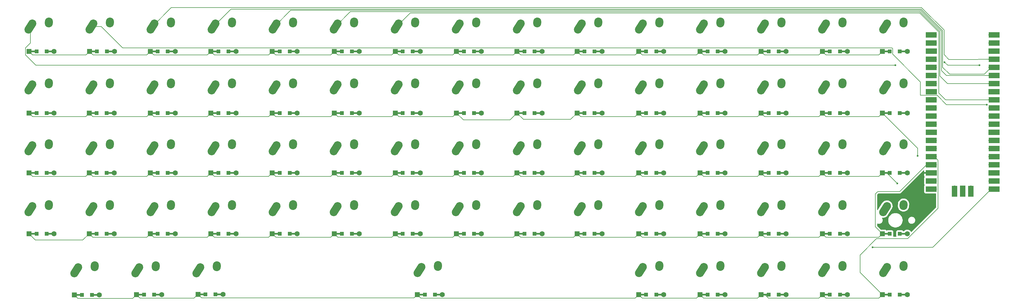
<source format=gbr>
%TF.GenerationSoftware,KiCad,Pcbnew,9.0.2*%
%TF.CreationDate,2025-06-02T23:42:43-04:00*%
%TF.ProjectId,OrangeDeck Keyboard,4f72616e-6765-4446-9563-6b204b657962,rev?*%
%TF.SameCoordinates,Original*%
%TF.FileFunction,Copper,L2,Bot*%
%TF.FilePolarity,Positive*%
%FSLAX46Y46*%
G04 Gerber Fmt 4.6, Leading zero omitted, Abs format (unit mm)*
G04 Created by KiCad (PCBNEW 9.0.2) date 2025-06-02 23:42:43*
%MOMM*%
%LPD*%
G01*
G04 APERTURE LIST*
G04 Aperture macros list*
%AMHorizOval*
0 Thick line with rounded ends*
0 $1 width*
0 $2 $3 position (X,Y) of the first rounded end (center of the circle)*
0 $4 $5 position (X,Y) of the second rounded end (center of the circle)*
0 Add line between two ends*
20,1,$1,$2,$3,$4,$5,0*
0 Add two circle primitives to create the rounded ends*
1,1,$1,$2,$3*
1,1,$1,$4,$5*%
G04 Aperture macros list end*
%TA.AperFunction,ComponentPad*%
%ADD10HorizOval,2.500000X-0.604462X-0.948815X0.604462X0.948815X0*%
%TD*%
%TA.AperFunction,ComponentPad*%
%ADD11HorizOval,2.500000X-0.019724X-0.289328X0.019724X0.289328X0*%
%TD*%
%TA.AperFunction,ComponentPad*%
%ADD12R,1.600000X1.600000*%
%TD*%
%TA.AperFunction,SMDPad,CuDef*%
%ADD13R,2.500000X0.500000*%
%TD*%
%TA.AperFunction,SMDPad,CuDef*%
%ADD14R,1.200000X1.200000*%
%TD*%
%TA.AperFunction,ComponentPad*%
%ADD15C,1.600000*%
%TD*%
%TA.AperFunction,ComponentPad*%
%ADD16O,1.700000X1.700000*%
%TD*%
%TA.AperFunction,SMDPad,CuDef*%
%ADD17R,3.500000X1.700000*%
%TD*%
%TA.AperFunction,ComponentPad*%
%ADD18R,1.700000X1.700000*%
%TD*%
%TA.AperFunction,SMDPad,CuDef*%
%ADD19R,1.700000X3.500000*%
%TD*%
%TA.AperFunction,ViaPad*%
%ADD20C,0.600000*%
%TD*%
%TA.AperFunction,Conductor*%
%ADD21C,0.200000*%
%TD*%
G04 APERTURE END LIST*
D10*
%TO.P,K67,1*%
%TO.N,/Col11*%
X116125000Y-85380000D03*
D11*
%TO.P,K67,2*%
%TO.N,Net-(D72-A)*%
X121900000Y-84110000D03*
%TD*%
D10*
%TO.P,K23,1*%
%TO.N,/Col7*%
X39925000Y-28230000D03*
D11*
%TO.P,K23,2*%
%TO.N,Net-(D23-A)*%
X45700000Y-26960000D03*
%TD*%
D10*
%TO.P,K52,1*%
%TO.N,/Col6*%
X20875000Y-66330000D03*
D11*
%TO.P,K52,2*%
%TO.N,Net-(D52-A)*%
X26650000Y-65060000D03*
%TD*%
D10*
%TO.P,K47,1*%
%TO.N,/Col1*%
X-74375000Y-66330000D03*
D11*
%TO.P,K47,2*%
%TO.N,Net-(D47-A)*%
X-68600000Y-65060000D03*
%TD*%
D10*
%TO.P,K33,1*%
%TO.N,/Col2*%
X-55325000Y-47280000D03*
D11*
%TO.P,K33,2*%
%TO.N,Net-(D33-A)*%
X-49550000Y-46010000D03*
%TD*%
D10*
%TO.P,K1,1*%
%TO.N,/Col0*%
X-93425000Y-9180000D03*
D11*
%TO.P,K1,2*%
%TO.N,Net-(D1-A)*%
X-87650000Y-7910000D03*
%TD*%
D10*
%TO.P,K27,1*%
%TO.N,/Col11*%
X116125000Y-28230000D03*
D11*
%TO.P,K27,2*%
%TO.N,Net-(D27-A)*%
X121900000Y-26960000D03*
%TD*%
D10*
%TO.P,K60,1*%
%TO.N,/Col14*%
X173275000Y-66330000D03*
D11*
%TO.P,K60,2*%
%TO.N,Net-(D60-A)*%
X179050000Y-65060000D03*
%TD*%
D10*
%TO.P,K28,1*%
%TO.N,/Col12*%
X135175000Y-28230000D03*
D11*
%TO.P,K28,2*%
%TO.N,Net-(D28-A)*%
X140950000Y-26960000D03*
%TD*%
D10*
%TO.P,K36,1*%
%TO.N,/Col5*%
X1825000Y-47280000D03*
D11*
%TO.P,K36,2*%
%TO.N,Net-(D36-A)*%
X7600000Y-46010000D03*
%TD*%
D10*
%TO.P,K30,1*%
%TO.N,/Col14*%
X173275000Y-28230000D03*
D11*
%TO.P,K30,2*%
%TO.N,Net-(D30-A)*%
X179050000Y-26960000D03*
%TD*%
D10*
%TO.P,K45,1*%
%TO.N,/Col14*%
X173275000Y-47280000D03*
D11*
%TO.P,K45,2*%
%TO.N,Net-(D45-A)*%
X179050000Y-46010000D03*
%TD*%
D10*
%TO.P,K6,1*%
%TO.N,/Col5*%
X1825000Y-9180000D03*
D11*
%TO.P,K6,2*%
%TO.N,Net-(D6-A)*%
X7600000Y-7910000D03*
%TD*%
D10*
%TO.P,K69,1*%
%TO.N,/Col13*%
X154225000Y-85380000D03*
D11*
%TO.P,K69,2*%
%TO.N,Net-(D74-A)*%
X160000000Y-84110000D03*
%TD*%
D10*
%TO.P,K50,1*%
%TO.N,/Col4*%
X-17225000Y-66330000D03*
D11*
%TO.P,K50,2*%
%TO.N,Net-(D50-A)*%
X-11450000Y-65060000D03*
%TD*%
D10*
%TO.P,K65,1*%
%TO.N,/Col7*%
X27988250Y-85402500D03*
D11*
%TO.P,K65,2*%
%TO.N,Net-(D68-A)*%
X33763250Y-84132500D03*
%TD*%
D10*
%TO.P,K48,1*%
%TO.N,/Col2*%
X-55325000Y-66330000D03*
D11*
%TO.P,K48,2*%
%TO.N,Net-(D48-A)*%
X-49550000Y-65060000D03*
%TD*%
D10*
%TO.P,K5,1*%
%TO.N,/Col4*%
X-17225000Y-9180000D03*
D11*
%TO.P,K5,2*%
%TO.N,Net-(D5-A)*%
X-11450000Y-7910000D03*
%TD*%
D10*
%TO.P,K51,1*%
%TO.N,/Col5*%
X1825000Y-66330000D03*
D11*
%TO.P,K51,2*%
%TO.N,Net-(D51-A)*%
X7600000Y-65060000D03*
%TD*%
D10*
%TO.P,K35,1*%
%TO.N,/Col4*%
X-17225000Y-47280000D03*
D11*
%TO.P,K35,2*%
%TO.N,Net-(D35-A)*%
X-11450000Y-46010000D03*
%TD*%
D10*
%TO.P,K7,1*%
%TO.N,/Col6*%
X20875000Y-9180000D03*
D11*
%TO.P,K7,2*%
%TO.N,Net-(D7-A)*%
X26650000Y-7910000D03*
%TD*%
D10*
%TO.P,K46,1*%
%TO.N,/Col0*%
X-93425000Y-66330000D03*
D11*
%TO.P,K46,2*%
%TO.N,Net-(D46-A)*%
X-87650000Y-65060000D03*
%TD*%
D10*
%TO.P,K9,1*%
%TO.N,/Col8*%
X58975000Y-9180000D03*
D11*
%TO.P,K9,2*%
%TO.N,Net-(D9-A)*%
X64750000Y-7910000D03*
%TD*%
D10*
%TO.P,K11,1*%
%TO.N,/Col10*%
X97075000Y-9180000D03*
D11*
%TO.P,K11,2*%
%TO.N,Net-(D11-A)*%
X102850000Y-7910000D03*
%TD*%
D10*
%TO.P,K24,1*%
%TO.N,/Col8*%
X58975000Y-28230000D03*
D11*
%TO.P,K24,2*%
%TO.N,Net-(D24-A)*%
X64750000Y-26960000D03*
%TD*%
D10*
%TO.P,K54,1*%
%TO.N,/Col8*%
X58975000Y-66330000D03*
D11*
%TO.P,K54,2*%
%TO.N,Net-(D54-A)*%
X64750000Y-65060000D03*
%TD*%
D10*
%TO.P,K10,1*%
%TO.N,/Col9*%
X78025000Y-9180000D03*
D11*
%TO.P,K10,2*%
%TO.N,Net-(D10-A)*%
X83800000Y-7910000D03*
%TD*%
D10*
%TO.P,K39,1*%
%TO.N,/Col8*%
X58975000Y-47280000D03*
D11*
%TO.P,K39,2*%
%TO.N,Net-(D39-A)*%
X64750000Y-46010000D03*
%TD*%
D10*
%TO.P,K66,1*%
%TO.N,/Col10*%
X97075000Y-85380000D03*
D11*
%TO.P,K66,2*%
%TO.N,Net-(D71-A)*%
X102850000Y-84110000D03*
%TD*%
D10*
%TO.P,K18,1*%
%TO.N,/Col2*%
X-55325000Y-28230000D03*
D11*
%TO.P,K18,2*%
%TO.N,Net-(D18-A)*%
X-49550000Y-26960000D03*
%TD*%
D10*
%TO.P,K31,1*%
%TO.N,/Col0*%
X-93425000Y-47280000D03*
D11*
%TO.P,K31,2*%
%TO.N,Net-(D31-A)*%
X-87650000Y-46010000D03*
%TD*%
D10*
%TO.P,K37,1*%
%TO.N,/Col6*%
X20875000Y-47280000D03*
D11*
%TO.P,K37,2*%
%TO.N,Net-(D37-A)*%
X26650000Y-46010000D03*
%TD*%
D10*
%TO.P,K17,1*%
%TO.N,/Col1*%
X-74375000Y-28230000D03*
D11*
%TO.P,K17,2*%
%TO.N,Net-(D17-A)*%
X-68600000Y-26960000D03*
%TD*%
D10*
%TO.P,K68,1*%
%TO.N,/Col12*%
X135175000Y-85380000D03*
D11*
%TO.P,K68,2*%
%TO.N,Net-(D73-A)*%
X140950000Y-84110000D03*
%TD*%
D10*
%TO.P,K13,1*%
%TO.N,/Col12*%
X135175000Y-9180000D03*
D11*
%TO.P,K13,2*%
%TO.N,Net-(D13-A)*%
X140950000Y-7910000D03*
%TD*%
D10*
%TO.P,K26,1*%
%TO.N,/Col10*%
X97075000Y-28230000D03*
D11*
%TO.P,K26,2*%
%TO.N,Net-(D26-A)*%
X102850000Y-26960000D03*
%TD*%
D10*
%TO.P,K15,1*%
%TO.N,/Col14*%
X173275000Y-9180000D03*
D11*
%TO.P,K15,2*%
%TO.N,Net-(D15-A)*%
X179050000Y-7910000D03*
%TD*%
D10*
%TO.P,K63,1*%
%TO.N,/Col2*%
X-60025000Y-85457500D03*
D11*
%TO.P,K63,2*%
%TO.N,Net-(D63-A)*%
X-54250000Y-84187500D03*
%TD*%
D10*
%TO.P,K2,1*%
%TO.N,/Col1*%
X-74375000Y-9180000D03*
D11*
%TO.P,K2,2*%
%TO.N,Net-(D2-A)*%
X-68600000Y-7910000D03*
%TD*%
D10*
%TO.P,K25,1*%
%TO.N,/Col9*%
X78025000Y-28230000D03*
D11*
%TO.P,K25,2*%
%TO.N,Net-(D25-A)*%
X83800000Y-26960000D03*
%TD*%
D10*
%TO.P,K59,1*%
%TO.N,/Col13*%
X154225000Y-66330000D03*
D11*
%TO.P,K59,2*%
%TO.N,Net-(D59-A)*%
X160000000Y-65060000D03*
%TD*%
D10*
%TO.P,K38,1*%
%TO.N,/Col7*%
X39925000Y-47280000D03*
D11*
%TO.P,K38,2*%
%TO.N,Net-(D38-A)*%
X45700000Y-46010000D03*
%TD*%
D10*
%TO.P,K49,1*%
%TO.N,/Col3*%
X-36275000Y-66330000D03*
D11*
%TO.P,K49,2*%
%TO.N,Net-(D49-A)*%
X-30500000Y-65060000D03*
%TD*%
D10*
%TO.P,K16,1*%
%TO.N,/Col0*%
X-93425000Y-28230000D03*
D11*
%TO.P,K16,2*%
%TO.N,Net-(D16-A)*%
X-87650000Y-26960000D03*
%TD*%
D10*
%TO.P,K29,1*%
%TO.N,/Col13*%
X154225000Y-28230000D03*
D11*
%TO.P,K29,2*%
%TO.N,Net-(D29-A)*%
X160000000Y-26960000D03*
%TD*%
D10*
%TO.P,K42,1*%
%TO.N,/Col11*%
X116125000Y-47280000D03*
D11*
%TO.P,K42,2*%
%TO.N,Net-(D42-A)*%
X121900000Y-46010000D03*
%TD*%
D10*
%TO.P,K21,1*%
%TO.N,/Col5*%
X1825000Y-28230000D03*
D11*
%TO.P,K21,2*%
%TO.N,Net-(D21-A)*%
X7600000Y-26960000D03*
%TD*%
D10*
%TO.P,K57,1*%
%TO.N,/Col11*%
X116125000Y-66330000D03*
D11*
%TO.P,K57,2*%
%TO.N,Net-(D57-A)*%
X121900000Y-65060000D03*
%TD*%
D10*
%TO.P,K32,1*%
%TO.N,/Col1*%
X-74375000Y-47280000D03*
D11*
%TO.P,K32,2*%
%TO.N,Net-(D32-A)*%
X-68600000Y-46010000D03*
%TD*%
D10*
%TO.P,K12,1*%
%TO.N,/Col11*%
X116125000Y-9180000D03*
D11*
%TO.P,K12,2*%
%TO.N,Net-(D12-A)*%
X121900000Y-7910000D03*
%TD*%
D10*
%TO.P,K8,1*%
%TO.N,/Col7*%
X39925000Y-9180000D03*
D11*
%TO.P,K8,2*%
%TO.N,Net-(D8-A)*%
X45700000Y-7910000D03*
%TD*%
D10*
%TO.P,K14,1*%
%TO.N,/Col13*%
X154225000Y-9180000D03*
D11*
%TO.P,K14,2*%
%TO.N,Net-(D14-A)*%
X160000000Y-7910000D03*
%TD*%
D10*
%TO.P,K20,1*%
%TO.N,/Col4*%
X-17225000Y-28230000D03*
D11*
%TO.P,K20,2*%
%TO.N,Net-(D20-A)*%
X-11450000Y-26960000D03*
%TD*%
D10*
%TO.P,K62,1*%
%TO.N,/Col1*%
X-79105000Y-85457500D03*
D11*
%TO.P,K62,2*%
%TO.N,Net-(D62-A)*%
X-73330000Y-84187500D03*
%TD*%
D10*
%TO.P,K19,1*%
%TO.N,/Col3*%
X-36275000Y-28230000D03*
D11*
%TO.P,K19,2*%
%TO.N,Net-(D19-A)*%
X-30500000Y-26960000D03*
%TD*%
D10*
%TO.P,K3,1*%
%TO.N,/Col2*%
X-55325000Y-9180000D03*
D11*
%TO.P,K3,2*%
%TO.N,Net-(D3-A)*%
X-49550000Y-7910000D03*
%TD*%
D10*
%TO.P,K55,1*%
%TO.N,/Col9*%
X78025000Y-66330000D03*
D11*
%TO.P,K55,2*%
%TO.N,Net-(D55-A)*%
X83800000Y-65060000D03*
%TD*%
D10*
%TO.P,K70,1*%
%TO.N,/Col14*%
X173275000Y-85380000D03*
D11*
%TO.P,K70,2*%
%TO.N,Net-(D75-A)*%
X179050000Y-84110000D03*
%TD*%
D10*
%TO.P,K44,1*%
%TO.N,/Col13*%
X154225000Y-47280000D03*
D11*
%TO.P,K44,2*%
%TO.N,Net-(D44-A)*%
X160000000Y-46010000D03*
%TD*%
D10*
%TO.P,K43,1*%
%TO.N,/Col12*%
X135175000Y-47280000D03*
D11*
%TO.P,K43,2*%
%TO.N,Net-(D43-A)*%
X140950000Y-46010000D03*
%TD*%
D10*
%TO.P,K40,1*%
%TO.N,/Col9*%
X78025000Y-47280000D03*
D11*
%TO.P,K40,2*%
%TO.N,Net-(D40-A)*%
X83800000Y-46010000D03*
%TD*%
D10*
%TO.P,K4,1*%
%TO.N,/Col3*%
X-36275000Y-9180000D03*
D11*
%TO.P,K4,2*%
%TO.N,Net-(D4-A)*%
X-30500000Y-7910000D03*
%TD*%
D10*
%TO.P,K64,1*%
%TO.N,/Col3*%
X-41025000Y-85457500D03*
D11*
%TO.P,K64,2*%
%TO.N,Net-(D64-A)*%
X-35250000Y-84187500D03*
%TD*%
D10*
%TO.P,K41,1*%
%TO.N,/Col10*%
X97075000Y-47280000D03*
D11*
%TO.P,K41,2*%
%TO.N,Net-(D41-A)*%
X102850000Y-46010000D03*
%TD*%
D10*
%TO.P,K53,1*%
%TO.N,/Col7*%
X39925000Y-66330000D03*
D11*
%TO.P,K53,2*%
%TO.N,Net-(D53-A)*%
X45700000Y-65060000D03*
%TD*%
D10*
%TO.P,K56,1*%
%TO.N,/Col10*%
X97075000Y-66330000D03*
D11*
%TO.P,K56,2*%
%TO.N,Net-(D56-A)*%
X102850000Y-65060000D03*
%TD*%
D10*
%TO.P,K58,1*%
%TO.N,/Col12*%
X135175000Y-66330000D03*
D11*
%TO.P,K58,2*%
%TO.N,Net-(D58-A)*%
X140950000Y-65060000D03*
%TD*%
D10*
%TO.P,K34,1*%
%TO.N,/Col3*%
X-36275000Y-47280000D03*
D11*
%TO.P,K34,2*%
%TO.N,Net-(D34-A)*%
X-30500000Y-46010000D03*
%TD*%
D10*
%TO.P,K22,1*%
%TO.N,/Col6*%
X20875000Y-28230000D03*
D11*
%TO.P,K22,2*%
%TO.N,Net-(D22-A)*%
X26650000Y-26960000D03*
%TD*%
D12*
%TO.P,D6,1,K*%
%TO.N,/Row0*%
X1425000Y-16968750D03*
D13*
X2625000Y-16968750D03*
D14*
X3750000Y-16968750D03*
%TO.P,D6,2,A*%
%TO.N,Net-(D6-A)*%
X6900000Y-16968750D03*
D13*
X8025000Y-16968750D03*
D15*
X9225000Y-16968750D03*
%TD*%
D12*
%TO.P,D54,1,K*%
%TO.N,/Row3*%
X58443750Y-74062500D03*
D13*
X59643750Y-74062500D03*
D14*
X60768750Y-74062500D03*
%TO.P,D54,2,A*%
%TO.N,Net-(D54-A)*%
X63918750Y-74062500D03*
D13*
X65043750Y-74062500D03*
D15*
X66243750Y-74062500D03*
%TD*%
D12*
%TO.P,D4,1,K*%
%TO.N,/Row0*%
X-37068750Y-16968750D03*
D13*
X-35868750Y-16968750D03*
D14*
X-34743750Y-16968750D03*
%TO.P,D4,2,A*%
%TO.N,Net-(D4-A)*%
X-31593750Y-16968750D03*
D13*
X-30468750Y-16968750D03*
D15*
X-29268750Y-16968750D03*
%TD*%
D12*
%TO.P,D1,1,K*%
%TO.N,/Row0*%
X-93825000Y-16968750D03*
D13*
X-92625000Y-16968750D03*
D14*
X-91500000Y-16968750D03*
%TO.P,D1,2,A*%
%TO.N,Net-(D1-A)*%
X-88350000Y-16968750D03*
D13*
X-87225000Y-16968750D03*
D15*
X-86025000Y-16968750D03*
%TD*%
D12*
%TO.P,D40,1,K*%
%TO.N,/Row2*%
X77175000Y-55031250D03*
D13*
X78375000Y-55031250D03*
D14*
X79500000Y-55031250D03*
%TO.P,D40,2,A*%
%TO.N,Net-(D40-A)*%
X82650000Y-55031250D03*
D13*
X83775000Y-55031250D03*
D15*
X84975000Y-55031250D03*
%TD*%
D12*
%TO.P,D13,1,K*%
%TO.N,/Row0*%
X134606250Y-16968750D03*
D13*
X135806250Y-16968750D03*
D14*
X136931250Y-16968750D03*
%TO.P,D13,2,A*%
%TO.N,Net-(D13-A)*%
X140081250Y-16968750D03*
D13*
X141206250Y-16968750D03*
D15*
X142406250Y-16968750D03*
%TD*%
D12*
%TO.P,D32,1,K*%
%TO.N,/Row2*%
X-75056250Y-55031250D03*
D13*
X-73856250Y-55031250D03*
D14*
X-72731250Y-55031250D03*
%TO.P,D32,2,A*%
%TO.N,Net-(D32-A)*%
X-69581250Y-55031250D03*
D13*
X-68456250Y-55031250D03*
D15*
X-67256250Y-55031250D03*
%TD*%
D12*
%TO.P,D59,1,K*%
%TO.N,/Row3*%
X153731250Y-74062500D03*
D13*
X154931250Y-74062500D03*
D14*
X156056250Y-74062500D03*
%TO.P,D59,2,A*%
%TO.N,Net-(D59-A)*%
X159206250Y-74062500D03*
D13*
X160331250Y-74062500D03*
D15*
X161531250Y-74062500D03*
%TD*%
D12*
%TO.P,D56,1,K*%
%TO.N,/Row3*%
X96412500Y-74062500D03*
D13*
X97612500Y-74062500D03*
D14*
X98737500Y-74062500D03*
%TO.P,D56,2,A*%
%TO.N,Net-(D56-A)*%
X101887500Y-74062500D03*
D13*
X103012500Y-74062500D03*
D15*
X104212500Y-74062500D03*
%TD*%
D12*
%TO.P,D12,1,K*%
%TO.N,/Row0*%
X115556250Y-16968750D03*
D13*
X116756250Y-16968750D03*
D14*
X117881250Y-16968750D03*
%TO.P,D12,2,A*%
%TO.N,Net-(D12-A)*%
X121031250Y-16968750D03*
D13*
X122156250Y-16968750D03*
D15*
X123356250Y-16968750D03*
%TD*%
D12*
%TO.P,D8,1,K*%
%TO.N,/Row0*%
X39527885Y-16968750D03*
D13*
X40727885Y-16968750D03*
D14*
X41852885Y-16968750D03*
%TO.P,D8,2,A*%
%TO.N,Net-(D8-A)*%
X45002885Y-16968750D03*
D13*
X46127885Y-16968750D03*
D15*
X47327885Y-16968750D03*
%TD*%
D12*
%TO.P,D5,1,K*%
%TO.N,/Row0*%
X-17943750Y-16968750D03*
D13*
X-16743750Y-16968750D03*
D14*
X-15618750Y-16968750D03*
%TO.P,D5,2,A*%
%TO.N,Net-(D5-A)*%
X-12468750Y-16968750D03*
D13*
X-11343750Y-16968750D03*
D15*
X-10143750Y-16968750D03*
%TD*%
D12*
%TO.P,D37,1,K*%
%TO.N,/Row2*%
X20446154Y-55031250D03*
D13*
X21646154Y-55031250D03*
D14*
X22771154Y-55031250D03*
%TO.P,D37,2,A*%
%TO.N,Net-(D37-A)*%
X25921154Y-55031250D03*
D13*
X27046154Y-55031250D03*
D15*
X28246154Y-55031250D03*
%TD*%
D12*
%TO.P,D26,1,K*%
%TO.N,/Row1*%
X96412500Y-36281250D03*
D13*
X97612500Y-36281250D03*
D14*
X98737500Y-36281250D03*
%TO.P,D26,2,A*%
%TO.N,Net-(D26-A)*%
X101887500Y-36281250D03*
D13*
X103012500Y-36281250D03*
D15*
X104212500Y-36281250D03*
%TD*%
D12*
%TO.P,D73,1,K*%
%TO.N,/Row4*%
X134606250Y-93093750D03*
D13*
X135806250Y-93093750D03*
D14*
X136931250Y-93093750D03*
%TO.P,D73,2,A*%
%TO.N,Net-(D73-A)*%
X140081250Y-93093750D03*
D13*
X141206250Y-93093750D03*
D15*
X142406250Y-93093750D03*
%TD*%
D12*
%TO.P,D47,1,K*%
%TO.N,/Row3*%
X-75056250Y-74062500D03*
D13*
X-73856250Y-74062500D03*
D14*
X-72731250Y-74062500D03*
%TO.P,D47,2,A*%
%TO.N,Net-(D47-A)*%
X-69581250Y-74062500D03*
D13*
X-68456250Y-74062500D03*
D15*
X-67256250Y-74062500D03*
%TD*%
D12*
%TO.P,D7,1,K*%
%TO.N,/Row0*%
X20446154Y-16968750D03*
D13*
X21646154Y-16968750D03*
D14*
X22771154Y-16968750D03*
%TO.P,D7,2,A*%
%TO.N,Net-(D7-A)*%
X25921154Y-16968750D03*
D13*
X27046154Y-16968750D03*
D15*
X28246154Y-16968750D03*
%TD*%
D12*
%TO.P,D16,1,K*%
%TO.N,/Row1*%
X-93825000Y-36281250D03*
D13*
X-92625000Y-36281250D03*
D14*
X-91500000Y-36281250D03*
%TO.P,D16,2,A*%
%TO.N,Net-(D16-A)*%
X-88350000Y-36281250D03*
D13*
X-87225000Y-36281250D03*
D15*
X-86025000Y-36281250D03*
%TD*%
D12*
%TO.P,D27,1,K*%
%TO.N,/Row1*%
X115556250Y-36281250D03*
D13*
X116756250Y-36281250D03*
D14*
X117881250Y-36281250D03*
%TO.P,D27,2,A*%
%TO.N,Net-(D27-A)*%
X121031250Y-36281250D03*
D13*
X122156250Y-36281250D03*
D15*
X123356250Y-36281250D03*
%TD*%
D12*
%TO.P,D24,1,K*%
%TO.N,/Row1*%
X58443750Y-36281250D03*
D13*
X59643750Y-36281250D03*
D14*
X60768750Y-36281250D03*
%TO.P,D24,2,A*%
%TO.N,Net-(D24-A)*%
X63918750Y-36281250D03*
D13*
X65043750Y-36281250D03*
D15*
X66243750Y-36281250D03*
%TD*%
D16*
%TO.P,U1,1,GPIO0*%
%TO.N,/Col0*%
X206405000Y-11803750D03*
D17*
X207305000Y-11803750D03*
D16*
%TO.P,U1,2,GPIO1*%
%TO.N,/Col1*%
X206405000Y-14343750D03*
D17*
X207305000Y-14343750D03*
D18*
%TO.P,U1,3,GND*%
%TO.N,unconnected-(U1-GND-Pad3)*%
X206405000Y-16883750D03*
D17*
X207305000Y-16883750D03*
D16*
%TO.P,U1,4,GPIO2*%
%TO.N,/Col2*%
X206405000Y-19423750D03*
D17*
X207305000Y-19423750D03*
D16*
%TO.P,U1,5,GPIO3*%
%TO.N,/Col3*%
X206405000Y-21963750D03*
D17*
X207305000Y-21963750D03*
D16*
%TO.P,U1,6,GPIO4*%
%TO.N,/Col4*%
X206405000Y-24503750D03*
D17*
X207305000Y-24503750D03*
D16*
%TO.P,U1,7,GPIO5*%
%TO.N,/Col5*%
X206405000Y-27043750D03*
D17*
X207305000Y-27043750D03*
D18*
%TO.P,U1,8,GND*%
%TO.N,unconnected-(U1-GND-Pad8)*%
X206405000Y-29583750D03*
D17*
X207305000Y-29583750D03*
D16*
%TO.P,U1,9,GPIO6*%
%TO.N,/Col6*%
X206405000Y-32123750D03*
D17*
X207305000Y-32123750D03*
D16*
%TO.P,U1,10,GPIO7*%
%TO.N,/Col7*%
X206405000Y-34663750D03*
D17*
X207305000Y-34663750D03*
D16*
%TO.P,U1,11,GPIO8*%
%TO.N,/Col8*%
X206405000Y-37203750D03*
D17*
X207305000Y-37203750D03*
D16*
%TO.P,U1,12,GPIO9*%
%TO.N,/Col9*%
X206405000Y-39743750D03*
D17*
X207305000Y-39743750D03*
D18*
%TO.P,U1,13,GND*%
%TO.N,unconnected-(U1-GND-Pad13)*%
X206405000Y-42283750D03*
D17*
X207305000Y-42283750D03*
D16*
%TO.P,U1,14,GPIO10*%
%TO.N,/Col10*%
X206405000Y-44823750D03*
D17*
X207305000Y-44823750D03*
D16*
%TO.P,U1,15,GPIO11*%
%TO.N,/Col11*%
X206405000Y-47363750D03*
D17*
X207305000Y-47363750D03*
D16*
%TO.P,U1,16,GPIO12*%
%TO.N,/Col12*%
X206405000Y-49903750D03*
D17*
X207305000Y-49903750D03*
D16*
%TO.P,U1,17,GPIO13*%
%TO.N,/Col13*%
X206405000Y-52443750D03*
D17*
X207305000Y-52443750D03*
D18*
%TO.P,U1,18,GND*%
%TO.N,unconnected-(U1-GND-Pad18)*%
X206405000Y-54983750D03*
D17*
X207305000Y-54983750D03*
D16*
%TO.P,U1,19,GPIO14*%
%TO.N,/Col14*%
X206405000Y-57523750D03*
D17*
X207305000Y-57523750D03*
D16*
%TO.P,U1,20,GPIO15*%
%TO.N,/Row0*%
X206405000Y-60063750D03*
D17*
X207305000Y-60063750D03*
D16*
%TO.P,U1,21,GPIO16*%
%TO.N,/Row1*%
X188625000Y-60063750D03*
D17*
X187725000Y-60063750D03*
D16*
%TO.P,U1,22,GPIO17*%
%TO.N,/Row2*%
X188625000Y-57523750D03*
D17*
X187725000Y-57523750D03*
D18*
%TO.P,U1,23,GND*%
%TO.N,unconnected-(U1-GND-Pad23)*%
X188625000Y-54983750D03*
D17*
X187725000Y-54983750D03*
D16*
%TO.P,U1,24,GPIO18*%
%TO.N,/Row3*%
X188625000Y-52443750D03*
D17*
X187725000Y-52443750D03*
D16*
%TO.P,U1,25,GPIO19*%
%TO.N,/Row4*%
X188625000Y-49903750D03*
D17*
X187725000Y-49903750D03*
D16*
%TO.P,U1,26,GPIO20*%
%TO.N,unconnected-(U1-GPIO20-Pad26)*%
X188625000Y-47363750D03*
D17*
X187725000Y-47363750D03*
D16*
%TO.P,U1,27,GPIO21*%
%TO.N,unconnected-(U1-GPIO21-Pad27)*%
X188625000Y-44823750D03*
D17*
X187725000Y-44823750D03*
D18*
%TO.P,U1,28,GND*%
%TO.N,unconnected-(U1-GND-Pad28)*%
X188625000Y-42283750D03*
D17*
X187725000Y-42283750D03*
D16*
%TO.P,U1,29,GPIO22*%
%TO.N,unconnected-(U1-GPIO22-Pad29)*%
X188625000Y-39743750D03*
D17*
X187725000Y-39743750D03*
D16*
%TO.P,U1,30,RUN*%
%TO.N,unconnected-(U1-RUN-Pad30)*%
X188625000Y-37203750D03*
D17*
X187725000Y-37203750D03*
D16*
%TO.P,U1,31,GPIO26_ADC0*%
%TO.N,unconnected-(U1-GPIO26_ADC0-Pad31)*%
X188625000Y-34663750D03*
D17*
X187725000Y-34663750D03*
D16*
%TO.P,U1,32,GPIO27_ADC1*%
%TO.N,unconnected-(U1-GPIO27_ADC1-Pad32)*%
X188625000Y-32123750D03*
D17*
X187725000Y-32123750D03*
D18*
%TO.P,U1,33,AGND*%
%TO.N,unconnected-(U1-AGND-Pad33)*%
X188625000Y-29583750D03*
D17*
X187725000Y-29583750D03*
D16*
%TO.P,U1,34,GPIO28_ADC2*%
%TO.N,unconnected-(U1-GPIO28_ADC2-Pad34)*%
X188625000Y-27043750D03*
D17*
X187725000Y-27043750D03*
D16*
%TO.P,U1,35,ADC_VREF*%
%TO.N,unconnected-(U1-ADC_VREF-Pad35)*%
X188625000Y-24503750D03*
D17*
X187725000Y-24503750D03*
D16*
%TO.P,U1,36,3V3*%
%TO.N,unconnected-(U1-3V3-Pad36)*%
X188625000Y-21963750D03*
D17*
X187725000Y-21963750D03*
D16*
%TO.P,U1,37,3V3_EN*%
%TO.N,unconnected-(U1-3V3_EN-Pad37)*%
X188625000Y-19423750D03*
D17*
X187725000Y-19423750D03*
D18*
%TO.P,U1,38,GND*%
%TO.N,unconnected-(U1-GND-Pad38)*%
X188625000Y-16883750D03*
D17*
X187725000Y-16883750D03*
D16*
%TO.P,U1,39,VSYS*%
%TO.N,unconnected-(U1-VSYS-Pad39)*%
X188625000Y-14343750D03*
D17*
X187725000Y-14343750D03*
D16*
%TO.P,U1,40,VBUS*%
%TO.N,unconnected-(U1-VBUS-Pad40)*%
X188625000Y-11803750D03*
D17*
X187725000Y-11803750D03*
D16*
%TO.P,U1,41,SWCLK*%
%TO.N,unconnected-(U1-SWCLK-Pad41)*%
X200055000Y-59833750D03*
D19*
X200055000Y-60733750D03*
D18*
%TO.P,U1,42,GND*%
%TO.N,unconnected-(U1-GND-Pad42)*%
X197515000Y-59833750D03*
D19*
X197515000Y-60733750D03*
D16*
%TO.P,U1,43,SWDIO*%
%TO.N,unconnected-(U1-SWDIO-Pad43)*%
X194975000Y-59833750D03*
D19*
X194975000Y-60733750D03*
%TD*%
D12*
%TO.P,D22,1,K*%
%TO.N,/Row1*%
X20446154Y-36281250D03*
D13*
X21646154Y-36281250D03*
D14*
X22771154Y-36281250D03*
%TO.P,D22,2,A*%
%TO.N,Net-(D22-A)*%
X25921154Y-36281250D03*
D13*
X27046154Y-36281250D03*
D15*
X28246154Y-36281250D03*
%TD*%
D12*
%TO.P,D33,1,K*%
%TO.N,/Row2*%
X-56025000Y-55031250D03*
D13*
X-54825000Y-55031250D03*
D14*
X-53700000Y-55031250D03*
%TO.P,D33,2,A*%
%TO.N,Net-(D33-A)*%
X-50550000Y-55031250D03*
D13*
X-49425000Y-55031250D03*
D15*
X-48225000Y-55031250D03*
%TD*%
D12*
%TO.P,D15,1,K*%
%TO.N,/Row0*%
X172425000Y-16968750D03*
D13*
X173625000Y-16968750D03*
D14*
X174750000Y-16968750D03*
%TO.P,D15,2,A*%
%TO.N,Net-(D15-A)*%
X177900000Y-16968750D03*
D13*
X179025000Y-16968750D03*
D15*
X180225000Y-16968750D03*
%TD*%
D12*
%TO.P,D42,1,K*%
%TO.N,/Row2*%
X115556250Y-55031250D03*
D13*
X116756250Y-55031250D03*
D14*
X117881250Y-55031250D03*
%TO.P,D42,2,A*%
%TO.N,Net-(D42-A)*%
X121031250Y-55031250D03*
D13*
X122156250Y-55031250D03*
D15*
X123356250Y-55031250D03*
%TD*%
D12*
%TO.P,D58,1,K*%
%TO.N,/Row3*%
X134606250Y-74062500D03*
D13*
X135806250Y-74062500D03*
D14*
X136931250Y-74062500D03*
%TO.P,D58,2,A*%
%TO.N,Net-(D58-A)*%
X140081250Y-74062500D03*
D13*
X141206250Y-74062500D03*
D15*
X142406250Y-74062500D03*
%TD*%
D12*
%TO.P,D20,1,K*%
%TO.N,/Row1*%
X-17943750Y-36281250D03*
D13*
X-16743750Y-36281250D03*
D14*
X-15618750Y-36281250D03*
%TO.P,D20,2,A*%
%TO.N,Net-(D20-A)*%
X-12468750Y-36281250D03*
D13*
X-11343750Y-36281250D03*
D15*
X-10143750Y-36281250D03*
%TD*%
D12*
%TO.P,D34,1,K*%
%TO.N,/Row2*%
X-37068750Y-55031250D03*
D13*
X-35868750Y-55031250D03*
D14*
X-34743750Y-55031250D03*
%TO.P,D34,2,A*%
%TO.N,Net-(D34-A)*%
X-31593750Y-55031250D03*
D13*
X-30468750Y-55031250D03*
D15*
X-29268750Y-55031250D03*
%TD*%
D12*
%TO.P,D35,1,K*%
%TO.N,/Row2*%
X-17943750Y-55031250D03*
D13*
X-16743750Y-55031250D03*
D14*
X-15618750Y-55031250D03*
%TO.P,D35,2,A*%
%TO.N,Net-(D35-A)*%
X-12468750Y-55031250D03*
D13*
X-11343750Y-55031250D03*
D15*
X-10143750Y-55031250D03*
%TD*%
D12*
%TO.P,D2,1,K*%
%TO.N,/Row0*%
X-74962500Y-16968750D03*
D13*
X-73762500Y-16968750D03*
D14*
X-72637500Y-16968750D03*
%TO.P,D2,2,A*%
%TO.N,Net-(D2-A)*%
X-69487500Y-16968750D03*
D13*
X-68362500Y-16968750D03*
D15*
X-67162500Y-16968750D03*
%TD*%
D12*
%TO.P,D39,1,K*%
%TO.N,/Row2*%
X58443750Y-55031250D03*
D13*
X59643750Y-55031250D03*
D14*
X60768750Y-55031250D03*
%TO.P,D39,2,A*%
%TO.N,Net-(D39-A)*%
X63918750Y-55031250D03*
D13*
X65043750Y-55031250D03*
D15*
X66243750Y-55031250D03*
%TD*%
D12*
%TO.P,D29,1,K*%
%TO.N,/Row1*%
X153731250Y-36281250D03*
D13*
X154931250Y-36281250D03*
D14*
X156056250Y-36281250D03*
%TO.P,D29,2,A*%
%TO.N,Net-(D29-A)*%
X159206250Y-36281250D03*
D13*
X160331250Y-36281250D03*
D15*
X161531250Y-36281250D03*
%TD*%
D12*
%TO.P,D51,1,K*%
%TO.N,/Row3*%
X1425000Y-74062500D03*
D13*
X2625000Y-74062500D03*
D14*
X3750000Y-74062500D03*
%TO.P,D51,2,A*%
%TO.N,Net-(D51-A)*%
X6900000Y-74062500D03*
D13*
X8025000Y-74062500D03*
D15*
X9225000Y-74062500D03*
%TD*%
D12*
%TO.P,D21,1,K*%
%TO.N,/Row1*%
X1425000Y-36281250D03*
D13*
X2625000Y-36281250D03*
D14*
X3750000Y-36281250D03*
%TO.P,D21,2,A*%
%TO.N,Net-(D21-A)*%
X6900000Y-36281250D03*
D13*
X8025000Y-36281250D03*
D15*
X9225000Y-36281250D03*
%TD*%
D12*
%TO.P,D31,1,K*%
%TO.N,/Row2*%
X-93825000Y-55031250D03*
D13*
X-92625000Y-55031250D03*
D14*
X-91500000Y-55031250D03*
%TO.P,D31,2,A*%
%TO.N,Net-(D31-A)*%
X-88350000Y-55031250D03*
D13*
X-87225000Y-55031250D03*
D15*
X-86025000Y-55031250D03*
%TD*%
D12*
%TO.P,D10,1,K*%
%TO.N,/Row0*%
X77175000Y-16968750D03*
D13*
X78375000Y-16968750D03*
D14*
X79500000Y-16968750D03*
%TO.P,D10,2,A*%
%TO.N,Net-(D10-A)*%
X82650000Y-16968750D03*
D13*
X83775000Y-16968750D03*
D15*
X84975000Y-16968750D03*
%TD*%
D12*
%TO.P,D62,1,K*%
%TO.N,/Row4*%
X-79668750Y-93187500D03*
D13*
X-78468750Y-93187500D03*
D14*
X-77343750Y-93187500D03*
%TO.P,D62,2,A*%
%TO.N,Net-(D62-A)*%
X-74193750Y-93187500D03*
D13*
X-73068750Y-93187500D03*
D15*
X-71868750Y-93187500D03*
%TD*%
D12*
%TO.P,D45,1,K*%
%TO.N,/Row2*%
X172425000Y-55031250D03*
D13*
X173625000Y-55031250D03*
D14*
X174750000Y-55031250D03*
%TO.P,D45,2,A*%
%TO.N,Net-(D45-A)*%
X177900000Y-55031250D03*
D13*
X179025000Y-55031250D03*
D15*
X180225000Y-55031250D03*
%TD*%
D12*
%TO.P,D38,1,K*%
%TO.N,/Row2*%
X39527885Y-55031250D03*
D13*
X40727885Y-55031250D03*
D14*
X41852885Y-55031250D03*
%TO.P,D38,2,A*%
%TO.N,Net-(D38-A)*%
X45002885Y-55031250D03*
D13*
X46127885Y-55031250D03*
D15*
X47327885Y-55031250D03*
%TD*%
D12*
%TO.P,D52,1,K*%
%TO.N,/Row3*%
X20446154Y-74062500D03*
D13*
X21646154Y-74062500D03*
D14*
X22771154Y-74062500D03*
%TO.P,D52,2,A*%
%TO.N,Net-(D52-A)*%
X25921154Y-74062500D03*
D13*
X27046154Y-74062500D03*
D15*
X28246154Y-74062500D03*
%TD*%
D12*
%TO.P,D63,1,K*%
%TO.N,/Row4*%
X-60262500Y-93093750D03*
D13*
X-59062500Y-93093750D03*
D14*
X-57937500Y-93093750D03*
%TO.P,D63,2,A*%
%TO.N,Net-(D63-A)*%
X-54787500Y-93093750D03*
D13*
X-53662500Y-93093750D03*
D15*
X-52462500Y-93093750D03*
%TD*%
D12*
%TO.P,D41,1,K*%
%TO.N,/Row2*%
X96412500Y-55031250D03*
D13*
X97612500Y-55031250D03*
D14*
X98737500Y-55031250D03*
%TO.P,D41,2,A*%
%TO.N,Net-(D41-A)*%
X101887500Y-55031250D03*
D13*
X103012500Y-55031250D03*
D15*
X104212500Y-55031250D03*
%TD*%
D12*
%TO.P,D74,1,K*%
%TO.N,/Row4*%
X153731250Y-93093750D03*
D13*
X154931250Y-93093750D03*
D14*
X156056250Y-93093750D03*
%TO.P,D74,2,A*%
%TO.N,Net-(D74-A)*%
X159206250Y-93093750D03*
D13*
X160331250Y-93093750D03*
D15*
X161531250Y-93093750D03*
%TD*%
D12*
%TO.P,D30,1,K*%
%TO.N,/Row1*%
X172425000Y-36281250D03*
D13*
X173625000Y-36281250D03*
D14*
X174750000Y-36281250D03*
%TO.P,D30,2,A*%
%TO.N,Net-(D30-A)*%
X177900000Y-36281250D03*
D13*
X179025000Y-36281250D03*
D15*
X180225000Y-36281250D03*
%TD*%
D12*
%TO.P,D48,1,K*%
%TO.N,/Row3*%
X-56025000Y-74062500D03*
D13*
X-54825000Y-74062500D03*
D14*
X-53700000Y-74062500D03*
%TO.P,D48,2,A*%
%TO.N,Net-(D48-A)*%
X-50550000Y-74062500D03*
D13*
X-49425000Y-74062500D03*
D15*
X-48225000Y-74062500D03*
%TD*%
D12*
%TO.P,D17,1,K*%
%TO.N,/Row1*%
X-75056250Y-36281250D03*
D13*
X-73856250Y-36281250D03*
D14*
X-72731250Y-36281250D03*
%TO.P,D17,2,A*%
%TO.N,Net-(D17-A)*%
X-69581250Y-36281250D03*
D13*
X-68456250Y-36281250D03*
D15*
X-67256250Y-36281250D03*
%TD*%
D12*
%TO.P,D49,1,K*%
%TO.N,/Row3*%
X-37068750Y-74062500D03*
D13*
X-35868750Y-74062500D03*
D14*
X-34743750Y-74062500D03*
%TO.P,D49,2,A*%
%TO.N,Net-(D49-A)*%
X-31593750Y-74062500D03*
D13*
X-30468750Y-74062500D03*
D15*
X-29268750Y-74062500D03*
%TD*%
D12*
%TO.P,D75,1,K*%
%TO.N,/Row4*%
X172425000Y-93093750D03*
D13*
X173625000Y-93093750D03*
D14*
X174750000Y-93093750D03*
%TO.P,D75,2,A*%
%TO.N,Net-(D75-A)*%
X177900000Y-93093750D03*
D13*
X179025000Y-93093750D03*
D15*
X180225000Y-93093750D03*
%TD*%
D12*
%TO.P,D64,1,K*%
%TO.N,/Row4*%
X-41118750Y-93000000D03*
D13*
X-39918750Y-93000000D03*
D14*
X-38793750Y-93000000D03*
%TO.P,D64,2,A*%
%TO.N,Net-(D64-A)*%
X-35643750Y-93000000D03*
D13*
X-34518750Y-93000000D03*
D15*
X-33318750Y-93000000D03*
%TD*%
D12*
%TO.P,D46,1,K*%
%TO.N,/Row3*%
X-93825000Y-74062500D03*
D13*
X-92625000Y-74062500D03*
D14*
X-91500000Y-74062500D03*
%TO.P,D46,2,A*%
%TO.N,Net-(D46-A)*%
X-88350000Y-74062500D03*
D13*
X-87225000Y-74062500D03*
D15*
X-86025000Y-74062500D03*
%TD*%
D12*
%TO.P,D14,1,K*%
%TO.N,/Row0*%
X153731250Y-16968750D03*
D13*
X154931250Y-16968750D03*
D14*
X156056250Y-16968750D03*
%TO.P,D14,2,A*%
%TO.N,Net-(D14-A)*%
X159206250Y-16968750D03*
D13*
X160331250Y-16968750D03*
D15*
X161531250Y-16968750D03*
%TD*%
D12*
%TO.P,D55,1,K*%
%TO.N,/Row3*%
X77175000Y-74062500D03*
D13*
X78375000Y-74062500D03*
D14*
X79500000Y-74062500D03*
%TO.P,D55,2,A*%
%TO.N,Net-(D55-A)*%
X82650000Y-74062500D03*
D13*
X83775000Y-74062500D03*
D15*
X84975000Y-74062500D03*
%TD*%
D12*
%TO.P,D71,1,K*%
%TO.N,/Row4*%
X96412500Y-93093750D03*
D13*
X97612500Y-93093750D03*
D14*
X98737500Y-93093750D03*
%TO.P,D71,2,A*%
%TO.N,Net-(D71-A)*%
X101887500Y-93093750D03*
D13*
X103012500Y-93093750D03*
D15*
X104212500Y-93093750D03*
%TD*%
D12*
%TO.P,D44,1,K*%
%TO.N,/Row2*%
X153731250Y-55031250D03*
D13*
X154931250Y-55031250D03*
D14*
X156056250Y-55031250D03*
%TO.P,D44,2,A*%
%TO.N,Net-(D44-A)*%
X159206250Y-55031250D03*
D13*
X160331250Y-55031250D03*
D15*
X161531250Y-55031250D03*
%TD*%
D12*
%TO.P,D68,1,K*%
%TO.N,/Row4*%
X27337500Y-93093750D03*
D13*
X28537500Y-93093750D03*
D14*
X29662500Y-93093750D03*
%TO.P,D68,2,A*%
%TO.N,Net-(D68-A)*%
X32812500Y-93093750D03*
D13*
X33937500Y-93093750D03*
D15*
X35137500Y-93093750D03*
%TD*%
D12*
%TO.P,D43,1,K*%
%TO.N,/Row2*%
X134606250Y-55031250D03*
D13*
X135806250Y-55031250D03*
D14*
X136931250Y-55031250D03*
%TO.P,D43,2,A*%
%TO.N,Net-(D43-A)*%
X140081250Y-55031250D03*
D13*
X141206250Y-55031250D03*
D15*
X142406250Y-55031250D03*
%TD*%
D12*
%TO.P,D11,1,K*%
%TO.N,/Row0*%
X96412500Y-16968750D03*
D13*
X97612500Y-16968750D03*
D14*
X98737500Y-16968750D03*
%TO.P,D11,2,A*%
%TO.N,Net-(D11-A)*%
X101887500Y-16968750D03*
D13*
X103012500Y-16968750D03*
D15*
X104212500Y-16968750D03*
%TD*%
D12*
%TO.P,D60,1,K*%
%TO.N,/Row3*%
X172425000Y-74062500D03*
D13*
X173625000Y-74062500D03*
D14*
X174750000Y-74062500D03*
%TO.P,D60,2,A*%
%TO.N,Net-(D60-A)*%
X177900000Y-74062500D03*
D13*
X179025000Y-74062500D03*
D15*
X180225000Y-74062500D03*
%TD*%
D12*
%TO.P,D25,1,K*%
%TO.N,/Row1*%
X77175000Y-36281250D03*
D13*
X78375000Y-36281250D03*
D14*
X79500000Y-36281250D03*
%TO.P,D25,2,A*%
%TO.N,Net-(D25-A)*%
X82650000Y-36281250D03*
D13*
X83775000Y-36281250D03*
D15*
X84975000Y-36281250D03*
%TD*%
D12*
%TO.P,D57,1,K*%
%TO.N,/Row3*%
X115556250Y-74062500D03*
D13*
X116756250Y-74062500D03*
D14*
X117881250Y-74062500D03*
%TO.P,D57,2,A*%
%TO.N,Net-(D57-A)*%
X121031250Y-74062500D03*
D13*
X122156250Y-74062500D03*
D15*
X123356250Y-74062500D03*
%TD*%
D12*
%TO.P,D3,1,K*%
%TO.N,/Row0*%
X-56025000Y-16968750D03*
D13*
X-54825000Y-16968750D03*
D14*
X-53700000Y-16968750D03*
%TO.P,D3,2,A*%
%TO.N,Net-(D3-A)*%
X-50550000Y-16968750D03*
D13*
X-49425000Y-16968750D03*
D15*
X-48225000Y-16968750D03*
%TD*%
D12*
%TO.P,D50,1,K*%
%TO.N,/Row3*%
X-17943750Y-74062500D03*
D13*
X-16743750Y-74062500D03*
D14*
X-15618750Y-74062500D03*
%TO.P,D50,2,A*%
%TO.N,Net-(D50-A)*%
X-12468750Y-74062500D03*
D13*
X-11343750Y-74062500D03*
D15*
X-10143750Y-74062500D03*
%TD*%
D12*
%TO.P,D28,1,K*%
%TO.N,/Row1*%
X134606250Y-36281250D03*
D13*
X135806250Y-36281250D03*
D14*
X136931250Y-36281250D03*
%TO.P,D28,2,A*%
%TO.N,Net-(D28-A)*%
X140081250Y-36281250D03*
D13*
X141206250Y-36281250D03*
D15*
X142406250Y-36281250D03*
%TD*%
D12*
%TO.P,D18,1,K*%
%TO.N,/Row1*%
X-56025000Y-36281250D03*
D13*
X-54825000Y-36281250D03*
D14*
X-53700000Y-36281250D03*
%TO.P,D18,2,A*%
%TO.N,Net-(D18-A)*%
X-50550000Y-36281250D03*
D13*
X-49425000Y-36281250D03*
D15*
X-48225000Y-36281250D03*
%TD*%
D12*
%TO.P,D19,1,K*%
%TO.N,/Row1*%
X-37068750Y-36281250D03*
D13*
X-35868750Y-36281250D03*
D14*
X-34743750Y-36281250D03*
%TO.P,D19,2,A*%
%TO.N,Net-(D19-A)*%
X-31593750Y-36281250D03*
D13*
X-30468750Y-36281250D03*
D15*
X-29268750Y-36281250D03*
%TD*%
D12*
%TO.P,D36,1,K*%
%TO.N,/Row2*%
X1425000Y-55031250D03*
D13*
X2625000Y-55031250D03*
D14*
X3750000Y-55031250D03*
%TO.P,D36,2,A*%
%TO.N,Net-(D36-A)*%
X6900000Y-55031250D03*
D13*
X8025000Y-55031250D03*
D15*
X9225000Y-55031250D03*
%TD*%
D12*
%TO.P,D9,1,K*%
%TO.N,/Row0*%
X58443750Y-16968750D03*
D13*
X59643750Y-16968750D03*
D14*
X60768750Y-16968750D03*
%TO.P,D9,2,A*%
%TO.N,Net-(D9-A)*%
X63918750Y-16968750D03*
D13*
X65043750Y-16968750D03*
D15*
X66243750Y-16968750D03*
%TD*%
D12*
%TO.P,D72,1,K*%
%TO.N,/Row4*%
X115556250Y-93093750D03*
D13*
X116756250Y-93093750D03*
D14*
X117881250Y-93093750D03*
%TO.P,D72,2,A*%
%TO.N,Net-(D72-A)*%
X121031250Y-93093750D03*
D13*
X122156250Y-93093750D03*
D15*
X123356250Y-93093750D03*
%TD*%
D12*
%TO.P,D23,1,K*%
%TO.N,/Row1*%
X39527885Y-36281250D03*
D13*
X40727885Y-36281250D03*
D14*
X41852885Y-36281250D03*
%TO.P,D23,2,A*%
%TO.N,Net-(D23-A)*%
X45002885Y-36281250D03*
D13*
X46127885Y-36281250D03*
D15*
X47327885Y-36281250D03*
%TD*%
D12*
%TO.P,D53,1,K*%
%TO.N,/Row3*%
X39527885Y-74062500D03*
D13*
X40727885Y-74062500D03*
D14*
X41852885Y-74062500D03*
%TO.P,D53,2,A*%
%TO.N,Net-(D53-A)*%
X45002885Y-74062500D03*
D13*
X46127885Y-74062500D03*
D15*
X47327885Y-74062500D03*
%TD*%
D20*
%TO.N,/Row0*%
X169406250Y-78281250D03*
%TO.N,/Row1*%
X183468750Y-49687500D03*
%TO.N,/Row2*%
X177093750Y-58312500D03*
%TO.N,/Col0*%
X191876000Y-20343750D03*
X176531250Y-21281250D03*
X202781250Y-21281250D03*
%TO.N,/Col1*%
X205085501Y-33641782D03*
%TD*%
D21*
%TO.N,/Row0*%
X20446154Y-16968750D02*
X21547154Y-18069750D01*
X40628885Y-18069750D02*
X57342750Y-18069750D01*
X-35967750Y-18069750D02*
X-19044750Y-18069750D01*
X57342750Y-18069750D02*
X58443750Y-16968750D01*
X-73861500Y-18069750D02*
X-57126000Y-18069750D01*
X114455250Y-18069750D02*
X115556250Y-16968750D01*
X154832250Y-18069750D02*
X171324000Y-18069750D01*
X78276000Y-18069750D02*
X95311500Y-18069750D01*
X59544750Y-18069750D02*
X76074000Y-18069750D01*
X153731250Y-16968750D02*
X154832250Y-18069750D01*
X133505250Y-18069750D02*
X134606250Y-16968750D01*
X96412500Y-16968750D02*
X97513500Y-18069750D01*
X-92724000Y-18069750D02*
X-76063500Y-18069750D01*
X134606250Y-16968750D02*
X135707250Y-18069750D01*
X-17943750Y-16968750D02*
X-16842750Y-18069750D01*
X77175000Y-16968750D02*
X78276000Y-18069750D01*
X188187500Y-78281250D02*
X206405000Y-60063750D01*
X58443750Y-16968750D02*
X59544750Y-18069750D01*
X-38169750Y-18069750D02*
X-37068750Y-16968750D01*
X39527885Y-16968750D02*
X40628885Y-18069750D01*
X135707250Y-18069750D02*
X152630250Y-18069750D01*
X171324000Y-18069750D02*
X172425000Y-16968750D01*
X-37068750Y-16968750D02*
X-35967750Y-18069750D01*
X1425000Y-16968750D02*
X2526000Y-18069750D01*
X-74962500Y-16968750D02*
X-73861500Y-18069750D01*
X38426885Y-18069750D02*
X39527885Y-16968750D01*
X95311500Y-18069750D02*
X96412500Y-16968750D01*
X-57126000Y-18069750D02*
X-56025000Y-16968750D01*
X-76063500Y-18069750D02*
X-74962500Y-16968750D01*
X169406250Y-78281250D02*
X188187500Y-78281250D01*
X115556250Y-16968750D02*
X116657250Y-18069750D01*
X2526000Y-18069750D02*
X19345154Y-18069750D01*
X-16842750Y-18069750D02*
X324000Y-18069750D01*
X97513500Y-18069750D02*
X114455250Y-18069750D01*
X21547154Y-18069750D02*
X38426885Y-18069750D01*
X-19044750Y-18069750D02*
X-17943750Y-16968750D01*
X324000Y-18069750D02*
X1425000Y-16968750D01*
X-54924000Y-18069750D02*
X-38169750Y-18069750D01*
X76074000Y-18069750D02*
X77175000Y-16968750D01*
X19345154Y-18069750D02*
X20446154Y-16968750D01*
X116657250Y-18069750D02*
X133505250Y-18069750D01*
X-56025000Y-16968750D02*
X-54924000Y-18069750D01*
X152630250Y-18069750D02*
X153731250Y-16968750D01*
X-93825000Y-16968750D02*
X-92724000Y-18069750D01*
%TO.N,/Row1*%
X2526000Y-37382250D02*
X1425000Y-36281250D01*
X154832250Y-37382250D02*
X153731250Y-36281250D01*
X58443750Y-36281250D02*
X56287500Y-38437500D01*
X96412500Y-36281250D02*
X95311500Y-37382250D01*
X183468750Y-47325000D02*
X183468750Y-49687500D01*
X-57126000Y-37382250D02*
X-73955250Y-37382250D01*
X134606250Y-36281250D02*
X133505250Y-37382250D01*
X153731250Y-36281250D02*
X152630250Y-37382250D01*
X116657250Y-37382250D02*
X115556250Y-36281250D01*
X39527885Y-36281250D02*
X38426885Y-37382250D01*
X135707250Y-37382250D02*
X134606250Y-36281250D01*
X77175000Y-36281250D02*
X75206250Y-38250000D01*
X-16842750Y-37382250D02*
X-17943750Y-36281250D01*
X1425000Y-36281250D02*
X324000Y-37382250D01*
X19345154Y-37382250D02*
X2526000Y-37382250D01*
X172425000Y-36281250D02*
X183468750Y-47325000D01*
X-19044750Y-37382250D02*
X-35967750Y-37382250D01*
X21547154Y-37382250D02*
X20446154Y-36281250D01*
X60412500Y-38250000D02*
X58443750Y-36281250D01*
X-76157250Y-37382250D02*
X-92724000Y-37382250D01*
X38426885Y-37382250D02*
X21547154Y-37382250D01*
X-37068750Y-36281250D02*
X-38169750Y-37382250D01*
X-54924000Y-37382250D02*
X-56025000Y-36281250D01*
X-35967750Y-37382250D02*
X-37068750Y-36281250D01*
X152630250Y-37382250D02*
X135707250Y-37382250D01*
X114455250Y-37382250D02*
X97513500Y-37382250D01*
X324000Y-37382250D02*
X-16842750Y-37382250D01*
X56287500Y-38437500D02*
X41684135Y-38437500D01*
X95311500Y-37382250D02*
X78276000Y-37382250D01*
X-73955250Y-37382250D02*
X-75056250Y-36281250D01*
X20446154Y-36281250D02*
X19345154Y-37382250D01*
X75206250Y-38250000D02*
X60412500Y-38250000D01*
X-38169750Y-37382250D02*
X-54924000Y-37382250D01*
X115556250Y-36281250D02*
X114455250Y-37382250D01*
X-17943750Y-36281250D02*
X-19044750Y-37382250D01*
X97513500Y-37382250D02*
X96412500Y-36281250D01*
X-75056250Y-36281250D02*
X-76157250Y-37382250D01*
X-56025000Y-36281250D02*
X-57126000Y-37382250D01*
X78276000Y-37382250D02*
X77175000Y-36281250D01*
X41684135Y-38437500D02*
X39527885Y-36281250D01*
X133505250Y-37382250D02*
X116657250Y-37382250D01*
X172425000Y-36281250D02*
X171324000Y-37382250D01*
X171324000Y-37382250D02*
X154832250Y-37382250D01*
X-92724000Y-37382250D02*
X-93825000Y-36281250D01*
%TO.N,/Row2*%
X39527885Y-55031250D02*
X40628885Y-56132250D01*
X172425000Y-55031250D02*
X173812500Y-55031250D01*
X-75056250Y-55031250D02*
X-73955250Y-56132250D01*
X-37068750Y-55031250D02*
X-35967750Y-56132250D01*
X135707250Y-56132250D02*
X152630250Y-56132250D01*
X-19044750Y-56132250D02*
X-17943750Y-55031250D01*
X133505250Y-56132250D02*
X134606250Y-55031250D01*
X95311500Y-56132250D02*
X96412500Y-55031250D01*
X173812500Y-55031250D02*
X177093750Y-58312500D01*
X-73955250Y-56132250D02*
X-57126000Y-56132250D01*
X134606250Y-55031250D02*
X135707250Y-56132250D01*
X116657250Y-56132250D02*
X133505250Y-56132250D01*
X2526000Y-56132250D02*
X19345154Y-56132250D01*
X38426885Y-56132250D02*
X39527885Y-55031250D01*
X-54924000Y-56132250D02*
X-38169750Y-56132250D01*
X324000Y-56132250D02*
X1425000Y-55031250D01*
X153731250Y-55031250D02*
X154832250Y-56132250D01*
X-92724000Y-56132250D02*
X-76157250Y-56132250D01*
X78276000Y-56132250D02*
X95311500Y-56132250D01*
X21547154Y-56132250D02*
X38426885Y-56132250D01*
X57342750Y-56132250D02*
X58443750Y-55031250D01*
X115556250Y-55031250D02*
X116657250Y-56132250D01*
X77175000Y-55031250D02*
X78276000Y-56132250D01*
X40628885Y-56132250D02*
X57342750Y-56132250D01*
X154832250Y-56132250D02*
X171324000Y-56132250D01*
X152630250Y-56132250D02*
X153731250Y-55031250D01*
X96412500Y-55031250D02*
X97513500Y-56132250D01*
X171324000Y-56132250D02*
X172425000Y-55031250D01*
X58443750Y-55031250D02*
X59544750Y-56132250D01*
X114455250Y-56132250D02*
X115556250Y-55031250D01*
X-93825000Y-55031250D02*
X-92724000Y-56132250D01*
X19345154Y-56132250D02*
X20446154Y-55031250D01*
X20446154Y-55031250D02*
X21547154Y-56132250D01*
X-16842750Y-56132250D02*
X324000Y-56132250D01*
X59544750Y-56132250D02*
X76074000Y-56132250D01*
X-56025000Y-55031250D02*
X-54924000Y-56132250D01*
X1425000Y-55031250D02*
X2526000Y-56132250D01*
X76074000Y-56132250D02*
X77175000Y-55031250D01*
X97513500Y-56132250D02*
X114455250Y-56132250D01*
X-17943750Y-55031250D02*
X-16842750Y-56132250D01*
X-57126000Y-56132250D02*
X-56025000Y-55031250D01*
X-38169750Y-56132250D02*
X-37068750Y-55031250D01*
X-76157250Y-56132250D02*
X-75056250Y-55031250D01*
X-35967750Y-56132250D02*
X-19044750Y-56132250D01*
%TO.N,/Row3*%
X-37068750Y-74062500D02*
X-38169750Y-75163500D01*
X171000000Y-60843750D02*
X177843750Y-60843750D01*
X135707250Y-75163500D02*
X134606250Y-74062500D01*
X133505250Y-75163500D02*
X116657250Y-75163500D01*
X300000Y-75187500D02*
X-16818750Y-75187500D01*
X116657250Y-75163500D02*
X115556250Y-74062500D01*
X38426885Y-75163500D02*
X21547154Y-75163500D01*
X20446154Y-74062500D02*
X19345154Y-75163500D01*
X-16818750Y-75187500D02*
X-17943750Y-74062500D01*
X-77025000Y-76031250D02*
X-91856250Y-76031250D01*
X172425000Y-74062500D02*
X171324000Y-75163500D01*
X19345154Y-75163500D02*
X2526000Y-75163500D01*
X40628885Y-75163500D02*
X39527885Y-74062500D01*
X-19044750Y-75163500D02*
X-35967750Y-75163500D01*
X-73955250Y-75163500D02*
X-75056250Y-74062500D01*
X114455250Y-75163500D02*
X97513500Y-75163500D01*
X57342750Y-75163500D02*
X40628885Y-75163500D01*
X2526000Y-75163500D02*
X1425000Y-74062500D01*
X134606250Y-74062500D02*
X133505250Y-75163500D01*
X186243750Y-52443750D02*
X188625000Y-52443750D01*
X-38169750Y-75163500D02*
X-54924000Y-75163500D01*
X97513500Y-75163500D02*
X96412500Y-74062500D01*
X115556250Y-74062500D02*
X114455250Y-75163500D01*
X171324000Y-75163500D02*
X154832250Y-75163500D01*
X76074000Y-75163500D02*
X59544750Y-75163500D01*
X21547154Y-75163500D02*
X20446154Y-74062500D01*
X-91856250Y-76031250D02*
X-93825000Y-74062500D01*
X39527885Y-74062500D02*
X38426885Y-75163500D01*
X-54924000Y-75163500D02*
X-56025000Y-74062500D01*
X172425000Y-74062500D02*
X170248100Y-71885600D01*
X59544750Y-75163500D02*
X58443750Y-74062500D01*
X-56025000Y-74062500D02*
X-57126000Y-75163500D01*
X177843750Y-60843750D02*
X186243750Y-52443750D01*
X170248100Y-71885600D02*
X170248100Y-61595650D01*
X-75056250Y-74062500D02*
X-77025000Y-76031250D01*
X170248100Y-61595650D02*
X171000000Y-60843750D01*
X153731250Y-74062500D02*
X152630250Y-75163500D01*
X-17943750Y-74062500D02*
X-19044750Y-75163500D01*
X-35967750Y-75163500D02*
X-37068750Y-74062500D01*
X-57126000Y-75163500D02*
X-73955250Y-75163500D01*
X96412500Y-74062500D02*
X95311500Y-75163500D01*
X95311500Y-75163500D02*
X78276000Y-75163500D01*
X77175000Y-74062500D02*
X76074000Y-75163500D01*
X78276000Y-75163500D02*
X77175000Y-74062500D01*
X58443750Y-74062500D02*
X57342750Y-75163500D01*
X152630250Y-75163500D02*
X135707250Y-75163500D01*
X1425000Y-74062500D02*
X300000Y-75187500D01*
X154832250Y-75163500D02*
X153731250Y-74062500D01*
%TO.N,/Row4*%
X154832250Y-94194750D02*
X171324000Y-94194750D01*
X180280050Y-75564500D02*
X189776000Y-66068550D01*
X26330250Y-94101000D02*
X27337500Y-93093750D01*
X170623000Y-75564500D02*
X180280050Y-75564500D01*
X114455250Y-94194750D02*
X115556250Y-93093750D01*
X165468750Y-86137500D02*
X165468750Y-80718750D01*
X115556250Y-93093750D02*
X116657250Y-94194750D01*
X133505250Y-94194750D02*
X134606250Y-93093750D01*
X135806250Y-93093750D02*
X136907250Y-94194750D01*
X189776000Y-66068550D02*
X189776000Y-51054750D01*
X189776000Y-51054750D02*
X188625000Y-49903750D01*
X95311500Y-94194750D02*
X96412500Y-93093750D01*
X-59161500Y-94194750D02*
X-42313500Y-94194750D01*
X-60262500Y-93093750D02*
X-59161500Y-94194750D01*
X97513500Y-94194750D02*
X114455250Y-94194750D01*
X165468750Y-80718750D02*
X170623000Y-75564500D01*
X-41118750Y-93000000D02*
X-40017750Y-94101000D01*
X116657250Y-94194750D02*
X133505250Y-94194750D01*
X-42313500Y-94194750D02*
X-41118750Y-93000000D01*
X-79668750Y-93187500D02*
X-78567750Y-94288500D01*
X172425000Y-93093750D02*
X165468750Y-86137500D01*
X171324000Y-94194750D02*
X172425000Y-93093750D01*
X96412500Y-93093750D02*
X97513500Y-94194750D01*
X152630250Y-94194750D02*
X153731250Y-93093750D01*
X136907250Y-94194750D02*
X152630250Y-94194750D01*
X28438500Y-94194750D02*
X95311500Y-94194750D01*
X-78567750Y-94288500D02*
X-61457250Y-94288500D01*
X153731250Y-93093750D02*
X154832250Y-94194750D01*
X-40017750Y-94101000D02*
X26330250Y-94101000D01*
X27337500Y-93093750D02*
X28438500Y-94194750D01*
X-61457250Y-94288500D02*
X-60262500Y-93093750D01*
%TO.N,/Col0*%
X191876000Y-20343750D02*
X192813500Y-21281250D01*
X-94926000Y-18069750D02*
X-91714500Y-21281250D01*
X-94926000Y-15867750D02*
X-94926000Y-18069750D01*
X192813500Y-21281250D02*
X202781250Y-21281250D01*
X-91714500Y-21281250D02*
X176531250Y-21281250D01*
X-93425000Y-9180000D02*
X-93425000Y-14366750D01*
X-93425000Y-14366750D02*
X-94926000Y-15867750D01*
%TO.N,/Col1*%
X189538000Y-30734750D02*
X184324993Y-30734750D01*
X-71323811Y-9180000D02*
X-74375000Y-9180000D01*
X175651000Y-17869750D02*
X175651000Y-16067750D01*
X184324993Y-26543743D02*
X175651000Y-17869750D01*
X205085501Y-33641782D02*
X192445032Y-33641782D01*
X192445032Y-33641782D02*
X189538000Y-30734750D01*
X175651000Y-16067750D02*
X175451000Y-15867750D01*
X184324993Y-30734750D02*
X184324993Y-26543743D01*
X175451000Y-15867750D02*
X-64636061Y-15867750D01*
X-64636061Y-15867750D02*
X-71323811Y-9180000D01*
%TO.N,/Col2*%
X191718750Y-10327100D02*
X191718750Y-18000000D01*
X191718750Y-18000000D02*
X193218750Y-19500000D01*
X202295000Y-19423750D02*
X206405000Y-19423750D01*
X-49426250Y-3281250D02*
X184672900Y-3281250D01*
X202218750Y-19500000D02*
X202295000Y-19423750D01*
X184672900Y-3281250D02*
X191718750Y-10327100D01*
X193218750Y-19500000D02*
X202218750Y-19500000D01*
X-55325000Y-9180000D02*
X-49426250Y-3281250D01*
%TO.N,/Col3*%
X-30860750Y-3765750D02*
X-36275000Y-9180000D01*
X206405000Y-21963750D02*
X204266000Y-24102750D01*
X184590300Y-3765750D02*
X-30860750Y-3765750D01*
X191276000Y-10451450D02*
X184590300Y-3765750D01*
X204266000Y-24102750D02*
X193415250Y-24102750D01*
X193415250Y-24102750D02*
X191276000Y-21963500D01*
X191276000Y-21963500D02*
X191276000Y-10451450D01*
%TO.N,/Col4*%
X-12211750Y-4166750D02*
X184424200Y-4166750D01*
X190875000Y-22968750D02*
X192468750Y-24562500D01*
X190875000Y-10617550D02*
X190875000Y-22968750D01*
X184424200Y-4166750D02*
X190875000Y-10617550D01*
X-17225000Y-9180000D02*
X-12211750Y-4166750D01*
X192468750Y-24562500D02*
X192527500Y-24503750D01*
X192527500Y-24503750D02*
X206405000Y-24503750D01*
%TO.N,/Col5*%
X190432250Y-24682250D02*
X190432250Y-10741900D01*
X184258100Y-4567750D02*
X6437250Y-4567750D01*
X206405000Y-27043750D02*
X192793750Y-27043750D01*
X190432250Y-10741900D02*
X184258100Y-4567750D01*
X192793750Y-27043750D02*
X190432250Y-24682250D01*
X6437250Y-4567750D02*
X1825000Y-9180000D01*
%TO.N,/Col6*%
X192187500Y-32156250D02*
X206372500Y-32156250D01*
X184092000Y-4968750D02*
X190031250Y-10908000D01*
X206372500Y-32156250D02*
X206405000Y-32123750D01*
X190031250Y-10908000D02*
X190031250Y-30000000D01*
X20875000Y-9180000D02*
X25086250Y-4968750D01*
X190031250Y-30000000D02*
X192187500Y-32156250D01*
X25086250Y-4968750D02*
X184092000Y-4968750D01*
%TD*%
%TA.AperFunction,Conductor*%
%TO.N,unconnected-(U1-GND-Pad23)*%
G36*
X185394334Y-54244913D02*
G01*
X185450267Y-54286785D01*
X185474684Y-54352249D01*
X185475000Y-54361095D01*
X185475000Y-54733750D01*
X187601000Y-54733750D01*
X187668039Y-54753435D01*
X187713794Y-54806239D01*
X187725000Y-54857750D01*
X187725000Y-55109750D01*
X187705315Y-55176789D01*
X187652511Y-55222544D01*
X187601000Y-55233750D01*
X185475000Y-55233750D01*
X185475000Y-55881594D01*
X185481401Y-55941122D01*
X185481403Y-55941129D01*
X185531645Y-56075836D01*
X185531646Y-56075838D01*
X185608890Y-56179022D01*
X185633307Y-56244486D01*
X185618456Y-56312759D01*
X185608890Y-56327644D01*
X185531204Y-56431419D01*
X185531202Y-56431421D01*
X185480908Y-56566267D01*
X185474501Y-56625866D01*
X185474500Y-56625885D01*
X185474500Y-58421620D01*
X185474501Y-58421626D01*
X185480908Y-58481233D01*
X185531202Y-58616078D01*
X185531203Y-58616080D01*
X185550416Y-58641745D01*
X185600071Y-58708076D01*
X185608578Y-58719439D01*
X185632995Y-58784903D01*
X185618144Y-58853176D01*
X185608578Y-58868061D01*
X185531203Y-58971419D01*
X185531202Y-58971421D01*
X185480908Y-59106267D01*
X185474501Y-59165866D01*
X185474500Y-59165885D01*
X185474500Y-60961620D01*
X185474501Y-60961626D01*
X185480908Y-61021233D01*
X185531202Y-61156078D01*
X185531206Y-61156085D01*
X185617452Y-61271294D01*
X185617455Y-61271297D01*
X185732664Y-61357543D01*
X185732671Y-61357547D01*
X185867517Y-61407841D01*
X185867516Y-61407841D01*
X185874444Y-61408585D01*
X185927127Y-61414250D01*
X188518708Y-61414249D01*
X188518713Y-61414250D01*
X188731287Y-61414250D01*
X188731291Y-61414249D01*
X189051500Y-61414249D01*
X189118539Y-61433934D01*
X189164294Y-61486738D01*
X189175500Y-61538249D01*
X189175500Y-65768452D01*
X189155815Y-65835491D01*
X189139181Y-65856133D01*
X181551514Y-73443799D01*
X181490191Y-73477284D01*
X181420499Y-73472300D01*
X181364566Y-73430428D01*
X181353351Y-73412417D01*
X181337287Y-73380890D01*
X181337285Y-73380887D01*
X181337284Y-73380885D01*
X181216971Y-73215286D01*
X181072213Y-73070528D01*
X180906613Y-72950215D01*
X180906612Y-72950214D01*
X180906610Y-72950213D01*
X180849653Y-72921191D01*
X180724223Y-72857281D01*
X180529534Y-72794022D01*
X180354995Y-72766378D01*
X180327352Y-72762000D01*
X180122648Y-72762000D01*
X180098329Y-72765851D01*
X179920465Y-72794022D01*
X179725776Y-72857281D01*
X179543386Y-72950215D01*
X179377786Y-73070528D01*
X179233036Y-73215278D01*
X179233029Y-73215287D01*
X179199899Y-73260886D01*
X179195568Y-73264225D01*
X179193295Y-73269203D01*
X179168194Y-73285334D01*
X179144569Y-73303552D01*
X179137896Y-73304804D01*
X179134517Y-73306977D01*
X179099582Y-73312000D01*
X179064142Y-73312000D01*
X178997103Y-73292315D01*
X178951348Y-73239511D01*
X178947960Y-73231333D01*
X178946187Y-73226581D01*
X178943796Y-73220169D01*
X178943794Y-73220166D01*
X178857547Y-73104955D01*
X178857544Y-73104952D01*
X178742335Y-73018706D01*
X178742328Y-73018702D01*
X178607482Y-72968408D01*
X178607483Y-72968408D01*
X178547883Y-72962001D01*
X178547881Y-72962000D01*
X178547873Y-72962000D01*
X178547864Y-72962000D01*
X177252129Y-72962000D01*
X177252123Y-72962001D01*
X177192516Y-72968408D01*
X177057671Y-73018702D01*
X177057664Y-73018706D01*
X176942455Y-73104952D01*
X176942452Y-73104955D01*
X176856206Y-73220164D01*
X176856202Y-73220171D01*
X176805908Y-73355017D01*
X176803127Y-73380890D01*
X176799501Y-73414623D01*
X176799500Y-73414635D01*
X176799500Y-74710370D01*
X176799501Y-74710376D01*
X176805909Y-74769984D01*
X176815861Y-74796668D01*
X176820845Y-74866359D01*
X176787359Y-74927682D01*
X176726036Y-74961167D01*
X176699679Y-74964000D01*
X175950321Y-74964000D01*
X175883282Y-74944315D01*
X175837527Y-74891511D01*
X175827583Y-74822353D01*
X175834139Y-74796668D01*
X175844090Y-74769985D01*
X175844091Y-74769984D01*
X175844091Y-74769983D01*
X175850500Y-74710373D01*
X175850499Y-73414628D01*
X175844091Y-73355017D01*
X175826173Y-73306977D01*
X175793797Y-73220171D01*
X175793793Y-73220164D01*
X175707547Y-73104955D01*
X175707544Y-73104952D01*
X175592335Y-73018706D01*
X175592328Y-73018702D01*
X175457482Y-72968408D01*
X175457483Y-72968408D01*
X175397883Y-72962001D01*
X175397881Y-72962000D01*
X175397873Y-72962000D01*
X175397864Y-72962000D01*
X174102129Y-72962000D01*
X174102123Y-72962001D01*
X174042516Y-72968408D01*
X173907671Y-73018702D01*
X173907669Y-73018704D01*
X173852100Y-73060303D01*
X173786636Y-73084720D01*
X173718363Y-73069869D01*
X173675055Y-73026562D01*
X173674112Y-73027269D01*
X173669198Y-73020705D01*
X173668957Y-73020464D01*
X173668793Y-73020164D01*
X173582547Y-72904955D01*
X173582544Y-72904952D01*
X173467335Y-72818706D01*
X173467328Y-72818702D01*
X173332482Y-72768408D01*
X173332483Y-72768408D01*
X173272883Y-72762001D01*
X173272881Y-72762000D01*
X173272873Y-72762000D01*
X173272865Y-72762000D01*
X172025098Y-72762000D01*
X171958059Y-72742315D01*
X171937417Y-72725681D01*
X170884919Y-71673183D01*
X170851434Y-71611860D01*
X170848600Y-71585502D01*
X170848600Y-70982052D01*
X170868285Y-70915013D01*
X170921089Y-70869258D01*
X170990247Y-70859314D01*
X171022426Y-70869517D01*
X171022706Y-70868843D01*
X171027211Y-70870709D01*
X171109648Y-70897494D01*
X171192088Y-70924280D01*
X171271391Y-70936840D01*
X171363313Y-70951400D01*
X171363318Y-70951400D01*
X171536687Y-70951400D01*
X171619695Y-70938252D01*
X171707912Y-70924280D01*
X171872791Y-70870708D01*
X172027260Y-70792002D01*
X172167514Y-70690101D01*
X172290101Y-70567514D01*
X172392002Y-70427260D01*
X172470708Y-70272791D01*
X172524280Y-70107912D01*
X172541831Y-69997099D01*
X172551400Y-69936687D01*
X172551400Y-69763312D01*
X172544260Y-69718233D01*
X172541831Y-69702900D01*
X174285600Y-69702900D01*
X174285600Y-69997099D01*
X174285601Y-69997116D01*
X174324001Y-70288796D01*
X174400152Y-70572994D01*
X174512734Y-70844794D01*
X174512742Y-70844810D01*
X174659840Y-71099589D01*
X174659851Y-71099605D01*
X174838948Y-71333009D01*
X174838954Y-71333016D01*
X175046983Y-71541045D01*
X175046989Y-71541050D01*
X175280403Y-71720155D01*
X175280410Y-71720159D01*
X175535189Y-71867257D01*
X175535205Y-71867265D01*
X175807005Y-71979847D01*
X175807007Y-71979847D01*
X175807013Y-71979850D01*
X176091200Y-72055998D01*
X176382894Y-72094400D01*
X176382901Y-72094400D01*
X176677099Y-72094400D01*
X176677106Y-72094400D01*
X176968800Y-72055998D01*
X177252987Y-71979850D01*
X177326318Y-71949475D01*
X177524794Y-71867265D01*
X177524797Y-71867263D01*
X177524803Y-71867261D01*
X177779597Y-71720155D01*
X178013011Y-71541050D01*
X178221050Y-71333011D01*
X178400155Y-71099597D01*
X178547261Y-70844803D01*
X178659850Y-70572987D01*
X178735998Y-70288800D01*
X178774400Y-69997106D01*
X178774400Y-69763312D01*
X180508600Y-69763312D01*
X180508600Y-69936687D01*
X180535720Y-70107913D01*
X180589290Y-70272788D01*
X180589291Y-70272791D01*
X180667998Y-70427260D01*
X180769899Y-70567514D01*
X180892486Y-70690101D01*
X181032740Y-70792002D01*
X181108502Y-70830604D01*
X181187208Y-70870708D01*
X181187211Y-70870709D01*
X181269648Y-70897494D01*
X181352088Y-70924280D01*
X181431391Y-70936840D01*
X181523313Y-70951400D01*
X181523318Y-70951400D01*
X181696687Y-70951400D01*
X181779695Y-70938252D01*
X181867912Y-70924280D01*
X182032791Y-70870708D01*
X182187260Y-70792002D01*
X182327514Y-70690101D01*
X182450101Y-70567514D01*
X182552002Y-70427260D01*
X182630708Y-70272791D01*
X182684280Y-70107912D01*
X182701831Y-69997099D01*
X182711400Y-69936687D01*
X182711400Y-69763312D01*
X182695622Y-69663702D01*
X182684280Y-69592088D01*
X182630708Y-69427209D01*
X182630708Y-69427208D01*
X182552001Y-69272739D01*
X182450101Y-69132486D01*
X182327514Y-69009899D01*
X182187260Y-68907998D01*
X182032791Y-68829291D01*
X182032788Y-68829290D01*
X181867913Y-68775720D01*
X181696687Y-68748600D01*
X181696682Y-68748600D01*
X181523318Y-68748600D01*
X181523313Y-68748600D01*
X181352086Y-68775720D01*
X181187211Y-68829290D01*
X181187208Y-68829291D01*
X181032739Y-68907998D01*
X180957053Y-68962988D01*
X180892486Y-69009899D01*
X180892484Y-69009901D01*
X180892483Y-69009901D01*
X180769901Y-69132483D01*
X180769901Y-69132484D01*
X180769899Y-69132486D01*
X180726136Y-69192719D01*
X180667998Y-69272739D01*
X180589291Y-69427208D01*
X180589290Y-69427211D01*
X180535720Y-69592086D01*
X180508600Y-69763312D01*
X178774400Y-69763312D01*
X178774400Y-69702894D01*
X178735998Y-69411200D01*
X178659850Y-69127013D01*
X178659847Y-69127005D01*
X178547265Y-68855205D01*
X178547257Y-68855189D01*
X178400159Y-68600410D01*
X178400155Y-68600403D01*
X178228613Y-68376845D01*
X178221051Y-68366990D01*
X178221045Y-68366983D01*
X178013016Y-68158954D01*
X178013009Y-68158948D01*
X177779605Y-67979851D01*
X177779603Y-67979849D01*
X177779597Y-67979845D01*
X177779592Y-67979842D01*
X177779589Y-67979840D01*
X177524810Y-67832742D01*
X177524794Y-67832734D01*
X177252994Y-67720152D01*
X176968796Y-67644001D01*
X176677116Y-67605601D01*
X176677111Y-67605600D01*
X176677106Y-67605600D01*
X176382894Y-67605600D01*
X176382888Y-67605600D01*
X176382883Y-67605601D01*
X176091203Y-67644001D01*
X175807005Y-67720152D01*
X175535205Y-67832734D01*
X175535189Y-67832742D01*
X175280410Y-67979840D01*
X175280394Y-67979851D01*
X175046990Y-68158948D01*
X175046983Y-68158954D01*
X174838954Y-68366983D01*
X174838948Y-68366990D01*
X174659851Y-68600394D01*
X174659840Y-68600410D01*
X174512742Y-68855189D01*
X174512734Y-68855205D01*
X174400152Y-69127005D01*
X174324001Y-69411203D01*
X174285601Y-69702883D01*
X174285600Y-69702900D01*
X172541831Y-69702900D01*
X172534019Y-69653579D01*
X172524280Y-69592088D01*
X172470708Y-69427209D01*
X172470708Y-69427208D01*
X172392001Y-69272738D01*
X172374432Y-69248557D01*
X172351130Y-69216485D01*
X172327650Y-69150680D01*
X172343475Y-69082626D01*
X172393580Y-69033931D01*
X172462058Y-69020055D01*
X172472984Y-69021485D01*
X172475555Y-69021938D01*
X172479558Y-69022644D01*
X172708806Y-69032654D01*
X172937401Y-69012654D01*
X173161429Y-68962988D01*
X173377059Y-68884506D01*
X173516818Y-68811752D01*
X173580593Y-68778553D01*
X173580594Y-68778552D01*
X173580593Y-68778552D01*
X173580598Y-68778550D01*
X173768568Y-68646932D01*
X173937749Y-68491906D01*
X174085248Y-68316124D01*
X175417465Y-66224963D01*
X175514442Y-66016995D01*
X175583444Y-65798148D01*
X175623291Y-65572165D01*
X175633221Y-65344731D01*
X177276026Y-65344731D01*
X177276026Y-65344747D01*
X177290435Y-65573752D01*
X177290436Y-65573761D01*
X177334609Y-65798917D01*
X177334612Y-65798927D01*
X177407804Y-66016410D01*
X177508755Y-66222477D01*
X177514043Y-66230436D01*
X177635738Y-66413601D01*
X177635740Y-66413604D01*
X177635742Y-66413606D01*
X177786589Y-66586524D01*
X177958715Y-66738274D01*
X178049729Y-66799433D01*
X178149167Y-66866253D01*
X178149170Y-66866254D01*
X178149175Y-66866258D01*
X178354713Y-66968287D01*
X178571809Y-67042615D01*
X178796749Y-67087971D01*
X179025686Y-67103578D01*
X179254700Y-67089169D01*
X179479875Y-67044992D01*
X179697358Y-66971800D01*
X179903425Y-66870849D01*
X180094554Y-66743862D01*
X180267472Y-66593015D01*
X180419222Y-66420889D01*
X180547206Y-66230429D01*
X180649235Y-66024891D01*
X180723563Y-65807795D01*
X180768919Y-65582855D01*
X180823974Y-64775262D01*
X180809565Y-64546248D01*
X180765388Y-64321073D01*
X180692196Y-64103590D01*
X180591245Y-63897523D01*
X180464258Y-63706394D01*
X180313411Y-63533476D01*
X180141285Y-63381726D01*
X180141281Y-63381723D01*
X180141277Y-63381720D01*
X179950826Y-63253744D01*
X179950825Y-63253743D01*
X179745289Y-63151714D01*
X179745287Y-63151713D01*
X179645340Y-63117494D01*
X179528195Y-63077386D01*
X179528192Y-63077385D01*
X179528191Y-63077385D01*
X179303251Y-63032029D01*
X179303246Y-63032028D01*
X179303249Y-63032028D01*
X179074320Y-63016422D01*
X179074304Y-63016422D01*
X178845295Y-63030831D01*
X178620131Y-63075007D01*
X178620119Y-63075010D01*
X178402650Y-63148196D01*
X178196578Y-63249149D01*
X178196576Y-63249150D01*
X178005450Y-63376134D01*
X177832528Y-63526985D01*
X177680776Y-63699113D01*
X177552798Y-63889563D01*
X177552793Y-63889572D01*
X177450769Y-64095099D01*
X177450763Y-64095114D01*
X177376438Y-64312200D01*
X177331080Y-64537149D01*
X177276026Y-65344731D01*
X175633221Y-65344731D01*
X175633294Y-65343061D01*
X175633296Y-65343057D01*
X175633295Y-65343050D01*
X175633301Y-65342917D01*
X175613300Y-65114322D01*
X175563635Y-64890294D01*
X175485152Y-64674664D01*
X175418303Y-64546248D01*
X175379199Y-64471129D01*
X175379198Y-64471128D01*
X175247581Y-64283157D01*
X175092554Y-64113976D01*
X175092548Y-64113971D01*
X174916776Y-63966478D01*
X174808539Y-63897524D01*
X174723239Y-63843182D01*
X174723234Y-63843180D01*
X174723226Y-63843175D01*
X174515277Y-63746208D01*
X174515271Y-63746206D01*
X174296424Y-63677203D01*
X174296419Y-63677202D01*
X174070444Y-63637356D01*
X174070438Y-63637355D01*
X173841199Y-63627347D01*
X173841184Y-63627347D01*
X173650698Y-63644013D01*
X173612599Y-63647347D01*
X173500585Y-63672180D01*
X173388569Y-63697013D01*
X173172941Y-63775494D01*
X172969402Y-63881450D01*
X172781434Y-64013065D01*
X172612253Y-64168092D01*
X172612248Y-64168098D01*
X172464755Y-64343870D01*
X171132536Y-66435035D01*
X171132531Y-66435044D01*
X171084982Y-66537014D01*
X171038810Y-66589453D01*
X170971616Y-66608605D01*
X170904735Y-66588389D01*
X170859400Y-66535224D01*
X170848600Y-66484609D01*
X170848600Y-61895747D01*
X170868285Y-61828708D01*
X170884919Y-61808066D01*
X171212416Y-61480569D01*
X171273739Y-61447084D01*
X171300097Y-61444250D01*
X177757081Y-61444250D01*
X177757097Y-61444251D01*
X177764693Y-61444251D01*
X177922804Y-61444251D01*
X177922807Y-61444251D01*
X178075535Y-61403327D01*
X178143883Y-61363866D01*
X178212466Y-61324270D01*
X178324270Y-61212466D01*
X178324270Y-61212464D01*
X178334474Y-61202261D01*
X178334478Y-61202256D01*
X185263321Y-54273412D01*
X185324642Y-54239929D01*
X185394334Y-54244913D01*
G37*
%TD.AperFunction*%
%TD*%
M02*

</source>
